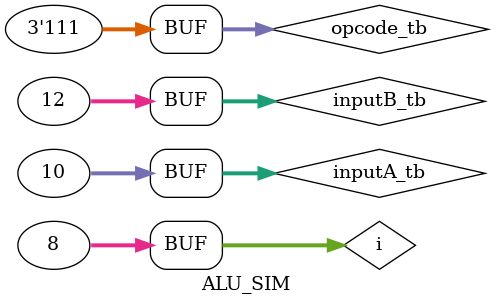
<source format=v>
`timescale 1ns / 1ps

module ALU_SIM();
    
    // Define ALU i/o.
    reg [2:0] opcode_tb;       // Opcode for instruction being evaluated.
    reg [31:0] inputA_tb;      // 1st data input for computations.
    reg [31:0] inputB_tb;      // 2nd data input for computations.
    wire [31:0] result_tb;      // Result of Arithmetic instruction computations.
    wire updatePC_tb;           // Flag for control instructions.
    
    // Instantiate ALU Module.
    ALU ALU_TB(
        .opcode(opcode_tb),
        .inputA(inputA_tb),
        .inputB(inputB_tb),
        .result(result_tb),
        .updatePC(updatePC_tb)
    );
    
    // Instruction Mnemonics for readibility.
    parameter BEQ = 2, BLT = 3, ADD = 4, SUB = 5, AND = 6, OR = 7;

    // Initialize signals and begin test.
    integer i = 0;
    initial begin
        for(i = 2; i < 8; i = i + 1) begin
        
            // Set the opcode and load the test case.
            opcode_tb = i;
            case(i) 
                // Test the BEQ instruction.
                BEQ:begin
                    // Set unequal inputs. 
                    inputA_tb = 4;
                    inputB_tb = 5;
                    #40;
                    
                    // Set equal inputs.
                    inputA_tb = 6;
                    inputB_tb = 6;
                    #40;
                end
                    
                // Test the BLT instruction.
                BLT:begin
                    // Set equal inputs. 
                    inputA_tb = 4;
                    inputB_tb = 4;
                    #40;
                    
                    // Set inputA > inputB.
                    inputA_tb = 6;
                    inputB_tb = 5;
                    #40;
                    
                    // Set inputA < inputB.
                    inputA_tb = 5;
                    inputB_tb = 6;
                    #40;
                end
                    
                // Test the ADD instruction.    
                ADD:begin
                    // Set inputs. 
                    inputA_tb = 4;
                    inputB_tb = 2;
                    #40;
                    
                    // Set inputs.
                    inputA_tb = 2;
                    inputB_tb = 4;
                    #40;
                end
                    
                // Test the SUB instruction. 
                SUB:begin
                    // Set inputs. 
                    inputA_tb = 9;
                    inputB_tb = 5;
                    #40;
                    
                    // Set inputs.
                    inputA_tb = 5;
                    inputB_tb = 9;
                    #40;
                end
                                    
                // Test the AND instruction. 
                AND:begin
                    // Set inputs. 
                    inputA_tb = 32'b0000;
                    inputB_tb = 32'b1111;
                    #40;
                    
                    // Set inputs.
                    inputA_tb = 32'b1010;
                    inputB_tb = 32'b1100;
                    #40;
                end
                    
                // Test the OR instruction.    
                OR: begin 
                    // Set inputs. 
                    inputA_tb = 32'b0000;
                    inputB_tb = 32'b1111;
                    #40;
                    
                    // Set inputs.
                    inputA_tb = 32'b1010;
                    inputB_tb = 32'b1100;
                    #40;
                end
            
            endcase
        end
    end
    
endmodule

</source>
